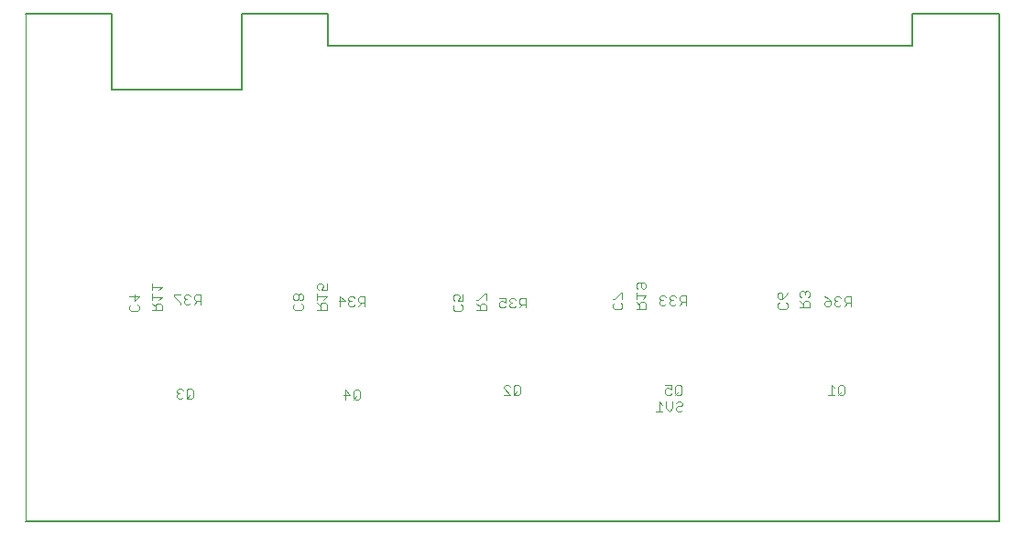
<source format=gbo>
G75*
%MOIN*%
%OFA0B0*%
%FSLAX25Y25*%
%IPPOS*%
%LPD*%
%AMOC8*
5,1,8,0,0,1.08239X$1,22.5*
%
%ADD10C,0.00591*%
%ADD11C,0.00394*%
%ADD12C,0.00400*%
D10*
X0001394Y0004890D02*
X0355724Y0004890D01*
X0355724Y0189929D01*
X0324228Y0189929D01*
X0324228Y0178118D01*
X0111630Y0178118D01*
X0111630Y0189929D01*
X0080134Y0189929D01*
X0080134Y0162370D01*
X0032890Y0162370D01*
X0032890Y0189929D01*
X0001394Y0189929D01*
D11*
X0001394Y0004890D01*
D12*
X0056486Y0050306D02*
X0057076Y0049716D01*
X0058256Y0049716D01*
X0058846Y0050306D01*
X0060112Y0050306D02*
X0060702Y0049716D01*
X0061882Y0049716D01*
X0062472Y0050306D01*
X0062472Y0052666D01*
X0061882Y0053256D01*
X0060702Y0053256D01*
X0060112Y0052666D01*
X0060112Y0050306D01*
X0060112Y0049716D02*
X0061292Y0050896D01*
X0058846Y0052666D02*
X0058256Y0053256D01*
X0057076Y0053256D01*
X0056486Y0052666D01*
X0056486Y0052076D01*
X0057076Y0051486D01*
X0056486Y0050896D01*
X0056486Y0050306D01*
X0057076Y0051486D02*
X0057666Y0051486D01*
X0117234Y0051092D02*
X0119594Y0051092D01*
X0117824Y0052862D01*
X0117824Y0049322D01*
X0120860Y0049322D02*
X0122040Y0050502D01*
X0122630Y0049322D02*
X0123220Y0049912D01*
X0123220Y0052272D01*
X0122630Y0052862D01*
X0121450Y0052862D01*
X0120860Y0052272D01*
X0120860Y0049912D01*
X0121450Y0049322D01*
X0122630Y0049322D01*
X0175479Y0051109D02*
X0177839Y0051109D01*
X0175479Y0053469D01*
X0175479Y0054059D01*
X0176069Y0054649D01*
X0177249Y0054649D01*
X0177839Y0054059D01*
X0179104Y0054059D02*
X0179104Y0051699D01*
X0179694Y0051109D01*
X0180874Y0051109D01*
X0181464Y0051699D01*
X0181464Y0054059D01*
X0180874Y0054649D01*
X0179694Y0054649D01*
X0179104Y0054059D01*
X0180284Y0052289D02*
X0179104Y0051109D01*
X0230993Y0045046D02*
X0233353Y0045046D01*
X0232173Y0045046D02*
X0232173Y0048586D01*
X0233353Y0047406D01*
X0234618Y0046226D02*
X0234618Y0048586D01*
X0234618Y0046226D02*
X0235798Y0045046D01*
X0236978Y0046226D01*
X0236978Y0048586D01*
X0238243Y0047996D02*
X0238833Y0048586D01*
X0240013Y0048586D01*
X0240603Y0047996D01*
X0240603Y0047406D01*
X0240013Y0046816D01*
X0238833Y0046816D01*
X0238243Y0046226D01*
X0238243Y0045636D01*
X0238833Y0045046D01*
X0240013Y0045046D01*
X0240603Y0045636D01*
X0239740Y0051102D02*
X0238560Y0051102D01*
X0237970Y0051692D01*
X0237970Y0054052D01*
X0238560Y0054642D01*
X0239740Y0054642D01*
X0240330Y0054052D01*
X0240330Y0051692D01*
X0239740Y0051102D01*
X0239150Y0052282D02*
X0237970Y0051102D01*
X0236705Y0051692D02*
X0236115Y0051102D01*
X0234935Y0051102D01*
X0234345Y0051692D01*
X0234345Y0052872D01*
X0234935Y0053462D01*
X0235525Y0053462D01*
X0236705Y0052872D01*
X0236705Y0054642D01*
X0234345Y0054642D01*
X0218091Y0082206D02*
X0215731Y0082206D01*
X0215141Y0082796D01*
X0215141Y0083976D01*
X0215731Y0084566D01*
X0215731Y0085831D02*
X0215141Y0085831D01*
X0215731Y0085831D02*
X0218091Y0088191D01*
X0218681Y0088191D01*
X0218681Y0085831D01*
X0218091Y0084566D02*
X0218681Y0083976D01*
X0218681Y0082796D01*
X0218091Y0082206D01*
X0223724Y0082431D02*
X0227264Y0082431D01*
X0227264Y0084201D01*
X0226674Y0084791D01*
X0225494Y0084791D01*
X0224904Y0084201D01*
X0224904Y0082431D01*
X0224904Y0083611D02*
X0223724Y0084791D01*
X0223724Y0086056D02*
X0223724Y0088416D01*
X0223724Y0087236D02*
X0227264Y0087236D01*
X0226084Y0086056D01*
X0226084Y0089681D02*
X0225494Y0090271D01*
X0225494Y0092041D01*
X0226674Y0092041D02*
X0227264Y0091451D01*
X0227264Y0090271D01*
X0226674Y0089681D01*
X0226084Y0089681D01*
X0224314Y0089681D02*
X0223724Y0090271D01*
X0223724Y0091451D01*
X0224314Y0092041D01*
X0226674Y0092041D01*
X0232266Y0086705D02*
X0232266Y0086115D01*
X0232856Y0085525D01*
X0232266Y0084935D01*
X0232266Y0084345D01*
X0232856Y0083755D01*
X0234036Y0083755D01*
X0234626Y0084345D01*
X0235891Y0084345D02*
X0236481Y0083755D01*
X0237661Y0083755D01*
X0238251Y0084345D01*
X0239516Y0083755D02*
X0240696Y0084935D01*
X0240106Y0084935D02*
X0241876Y0084935D01*
X0241876Y0083755D02*
X0241876Y0087295D01*
X0240106Y0087295D01*
X0239516Y0086705D01*
X0239516Y0085525D01*
X0240106Y0084935D01*
X0238251Y0086705D02*
X0237661Y0087295D01*
X0236481Y0087295D01*
X0235891Y0086705D01*
X0235891Y0086115D01*
X0236481Y0085525D01*
X0235891Y0084935D01*
X0235891Y0084345D01*
X0236481Y0085525D02*
X0237071Y0085525D01*
X0234626Y0086705D02*
X0234036Y0087295D01*
X0232856Y0087295D01*
X0232266Y0086705D01*
X0232856Y0085525D02*
X0233446Y0085525D01*
X0275212Y0086610D02*
X0275802Y0086020D01*
X0276982Y0086020D01*
X0276982Y0087790D01*
X0276392Y0088380D01*
X0275802Y0088380D01*
X0275212Y0087790D01*
X0275212Y0086610D01*
X0276982Y0086020D02*
X0278162Y0087200D01*
X0278752Y0088380D01*
X0283338Y0088246D02*
X0283338Y0087066D01*
X0283928Y0086476D01*
X0283338Y0085211D02*
X0284518Y0084031D01*
X0284518Y0084621D02*
X0284518Y0082851D01*
X0283338Y0082851D02*
X0286878Y0082851D01*
X0286878Y0084621D01*
X0286288Y0085211D01*
X0285108Y0085211D01*
X0284518Y0084621D01*
X0286288Y0086476D02*
X0286878Y0087066D01*
X0286878Y0088246D01*
X0286288Y0088836D01*
X0285698Y0088836D01*
X0285108Y0088246D01*
X0284518Y0088836D01*
X0283928Y0088836D01*
X0283338Y0088246D01*
X0285108Y0088246D02*
X0285108Y0087656D01*
X0292227Y0086909D02*
X0293407Y0086319D01*
X0294587Y0085139D01*
X0292817Y0085139D01*
X0292227Y0084549D01*
X0292227Y0083959D01*
X0292817Y0083369D01*
X0293997Y0083369D01*
X0294587Y0083959D01*
X0294587Y0085139D01*
X0295852Y0084549D02*
X0295852Y0083959D01*
X0296442Y0083369D01*
X0297622Y0083369D01*
X0298212Y0083959D01*
X0299477Y0083369D02*
X0300657Y0084549D01*
X0300067Y0084549D02*
X0301837Y0084549D01*
X0301837Y0083369D02*
X0301837Y0086909D01*
X0300067Y0086909D01*
X0299477Y0086319D01*
X0299477Y0085139D01*
X0300067Y0084549D01*
X0298212Y0086319D02*
X0297622Y0086909D01*
X0296442Y0086909D01*
X0295852Y0086319D01*
X0295852Y0085729D01*
X0296442Y0085139D01*
X0295852Y0084549D01*
X0296442Y0085139D02*
X0297032Y0085139D01*
X0278752Y0084165D02*
X0278752Y0082985D01*
X0278162Y0082395D01*
X0275802Y0082395D01*
X0275212Y0082985D01*
X0275212Y0084165D01*
X0275802Y0084755D01*
X0278162Y0084755D02*
X0278752Y0084165D01*
X0294832Y0054649D02*
X0294832Y0051109D01*
X0296012Y0051109D02*
X0293652Y0051109D01*
X0296012Y0053469D02*
X0294832Y0054649D01*
X0297277Y0054059D02*
X0297277Y0051699D01*
X0297867Y0051109D01*
X0299047Y0051109D01*
X0299637Y0051699D01*
X0299637Y0054059D01*
X0299047Y0054649D01*
X0297867Y0054649D01*
X0297277Y0054059D01*
X0298457Y0052289D02*
X0297277Y0051109D01*
X0183490Y0082787D02*
X0183490Y0086327D01*
X0181720Y0086327D01*
X0181130Y0085737D01*
X0181130Y0084557D01*
X0181720Y0083967D01*
X0183490Y0083967D01*
X0182310Y0083967D02*
X0181130Y0082787D01*
X0179865Y0083377D02*
X0179275Y0082787D01*
X0178095Y0082787D01*
X0177505Y0083377D01*
X0177505Y0083967D01*
X0178095Y0084557D01*
X0178685Y0084557D01*
X0178095Y0084557D02*
X0177505Y0085147D01*
X0177505Y0085737D01*
X0178095Y0086327D01*
X0179275Y0086327D01*
X0179865Y0085737D01*
X0176240Y0086327D02*
X0176240Y0084557D01*
X0175060Y0085147D01*
X0174470Y0085147D01*
X0173880Y0084557D01*
X0173880Y0083377D01*
X0174470Y0082787D01*
X0175650Y0082787D01*
X0176240Y0083377D01*
X0176240Y0086327D02*
X0173880Y0086327D01*
X0169161Y0085595D02*
X0169161Y0087955D01*
X0168571Y0087955D01*
X0166211Y0085595D01*
X0165621Y0085595D01*
X0165621Y0084329D02*
X0166801Y0083149D01*
X0166801Y0083739D02*
X0166801Y0081969D01*
X0165621Y0081969D02*
X0169161Y0081969D01*
X0169161Y0083739D01*
X0168571Y0084329D01*
X0167391Y0084329D01*
X0166801Y0083739D01*
X0160642Y0083472D02*
X0160642Y0082292D01*
X0160052Y0081702D01*
X0157692Y0081702D01*
X0157102Y0082292D01*
X0157102Y0083472D01*
X0157692Y0084062D01*
X0157692Y0085327D02*
X0157102Y0085917D01*
X0157102Y0087097D01*
X0157692Y0087687D01*
X0158872Y0087687D01*
X0159462Y0087097D01*
X0159462Y0086507D01*
X0158872Y0085327D01*
X0160642Y0085327D01*
X0160642Y0087687D01*
X0160052Y0084062D02*
X0160642Y0083472D01*
X0125010Y0083417D02*
X0125010Y0086957D01*
X0123240Y0086957D01*
X0122650Y0086367D01*
X0122650Y0085187D01*
X0123240Y0084597D01*
X0125010Y0084597D01*
X0123830Y0084597D02*
X0122650Y0083417D01*
X0121385Y0084007D02*
X0120795Y0083417D01*
X0119615Y0083417D01*
X0119025Y0084007D01*
X0119025Y0084597D01*
X0119615Y0085187D01*
X0120205Y0085187D01*
X0119615Y0085187D02*
X0119025Y0085777D01*
X0119025Y0086367D01*
X0119615Y0086957D01*
X0120795Y0086957D01*
X0121385Y0086367D01*
X0117760Y0085187D02*
X0115400Y0085187D01*
X0115990Y0083417D02*
X0115990Y0086957D01*
X0117760Y0085187D01*
X0111106Y0083862D02*
X0111106Y0082092D01*
X0107566Y0082092D01*
X0108746Y0082092D02*
X0108746Y0083862D01*
X0109336Y0084452D01*
X0110516Y0084452D01*
X0111106Y0083862D01*
X0109926Y0085717D02*
X0111106Y0086897D01*
X0107566Y0086897D01*
X0107566Y0085717D02*
X0107566Y0088077D01*
X0108156Y0089343D02*
X0107566Y0089933D01*
X0107566Y0091113D01*
X0108156Y0091703D01*
X0109336Y0091703D01*
X0109926Y0091113D01*
X0109926Y0090523D01*
X0109336Y0089343D01*
X0111106Y0089343D01*
X0111106Y0091703D01*
X0102555Y0087286D02*
X0101965Y0087876D01*
X0101375Y0087876D01*
X0100785Y0087286D01*
X0100785Y0086106D01*
X0101375Y0085516D01*
X0101965Y0085516D01*
X0102555Y0086106D01*
X0102555Y0087286D01*
X0100785Y0087286D02*
X0100195Y0087876D01*
X0099605Y0087876D01*
X0099015Y0087286D01*
X0099015Y0086106D01*
X0099605Y0085516D01*
X0100195Y0085516D01*
X0100785Y0086106D01*
X0101965Y0084251D02*
X0102555Y0083661D01*
X0102555Y0082481D01*
X0101965Y0081891D01*
X0099605Y0081891D01*
X0099015Y0082481D01*
X0099015Y0083661D01*
X0099605Y0084251D01*
X0107566Y0084452D02*
X0108746Y0083272D01*
X0065168Y0084086D02*
X0065168Y0087626D01*
X0063398Y0087626D01*
X0062808Y0087036D01*
X0062808Y0085856D01*
X0063398Y0085266D01*
X0065168Y0085266D01*
X0063988Y0085266D02*
X0062808Y0084086D01*
X0061542Y0084676D02*
X0060952Y0084086D01*
X0059772Y0084086D01*
X0059182Y0084676D01*
X0059182Y0085266D01*
X0059772Y0085856D01*
X0060362Y0085856D01*
X0059772Y0085856D02*
X0059182Y0086446D01*
X0059182Y0087036D01*
X0059772Y0087626D01*
X0060952Y0087626D01*
X0061542Y0087036D01*
X0057917Y0087626D02*
X0055557Y0087626D01*
X0055557Y0087036D01*
X0057917Y0084676D01*
X0057917Y0084086D01*
X0051083Y0083713D02*
X0051083Y0081943D01*
X0047543Y0081943D01*
X0048723Y0081943D02*
X0048723Y0083713D01*
X0049313Y0084303D01*
X0050493Y0084303D01*
X0051083Y0083713D01*
X0049903Y0085568D02*
X0051083Y0086748D01*
X0047543Y0086748D01*
X0047543Y0085568D02*
X0047543Y0087928D01*
X0047543Y0089193D02*
X0047543Y0091553D01*
X0047543Y0090373D02*
X0051083Y0090373D01*
X0049903Y0089193D01*
X0047543Y0084303D02*
X0048723Y0083123D01*
X0042894Y0083417D02*
X0042894Y0082237D01*
X0042304Y0081647D01*
X0039944Y0081647D01*
X0039354Y0082237D01*
X0039354Y0083417D01*
X0039944Y0084007D01*
X0041124Y0085272D02*
X0041124Y0087632D01*
X0039354Y0087042D02*
X0042894Y0087042D01*
X0041124Y0085272D01*
X0042304Y0084007D02*
X0042894Y0083417D01*
M02*

</source>
